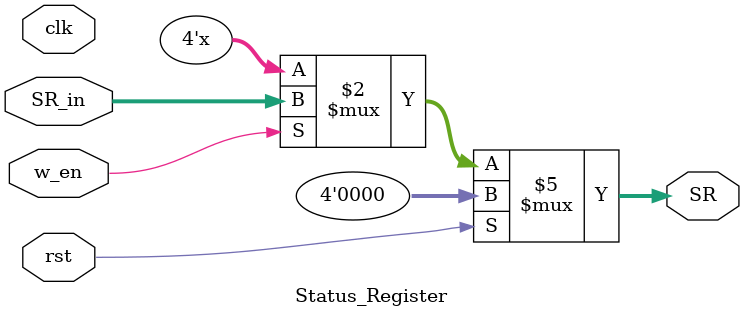
<source format=v>
module Status_Register (
    input clk, rst, w_en,
    input [3:0] SR_in,
    output reg [3:0] SR
);
	always@(*) 
	begin
		if (rst) begin
            SR <= 3'b0;
        end
		else if (w_en) begin
            SR <= SR_in;
        end 
	end
	
endmodule
</source>
